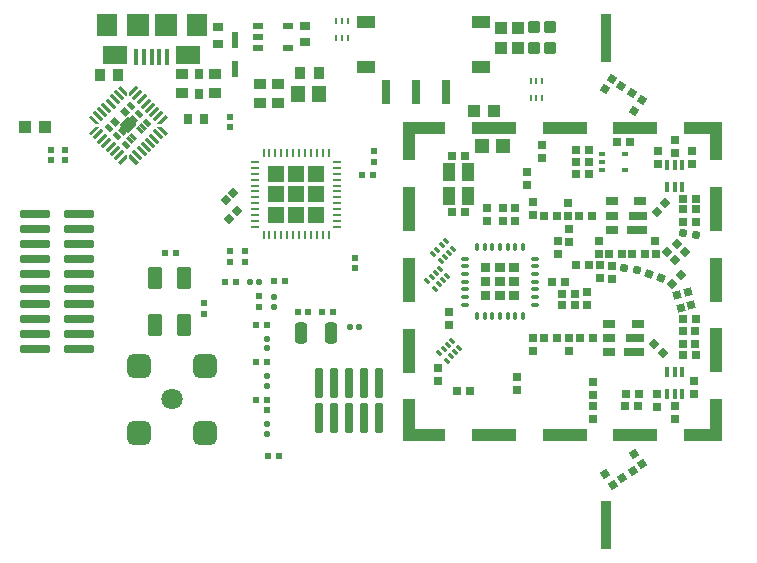
<source format=gtp>
G04 Layer_Color=8421504*
%FSLAX25Y25*%
%MOIN*%
G70*
G01*
G75*
G04:AMPARAMS|DCode=14|XSize=25.59mil|YSize=98.43mil|CornerRadius=1.28mil|HoleSize=0mil|Usage=FLASHONLY|Rotation=0.000|XOffset=0mil|YOffset=0mil|HoleType=Round|Shape=RoundedRectangle|*
%AMROUNDEDRECTD14*
21,1,0.02559,0.09587,0,0,0.0*
21,1,0.02303,0.09843,0,0,0.0*
1,1,0.00256,0.01152,-0.04793*
1,1,0.00256,-0.01152,-0.04793*
1,1,0.00256,-0.01152,0.04793*
1,1,0.00256,0.01152,0.04793*
%
%ADD14ROUNDEDRECTD14*%
G04:AMPARAMS|DCode=15|XSize=98.43mil|YSize=25.59mil|CornerRadius=1.28mil|HoleSize=0mil|Usage=FLASHONLY|Rotation=0.000|XOffset=0mil|YOffset=0mil|HoleType=Round|Shape=RoundedRectangle|*
%AMROUNDEDRECTD15*
21,1,0.09843,0.02303,0,0,0.0*
21,1,0.09587,0.02559,0,0,0.0*
1,1,0.00256,0.04793,-0.01152*
1,1,0.00256,-0.04793,-0.01152*
1,1,0.00256,-0.04793,0.01152*
1,1,0.00256,0.04793,0.01152*
%
%ADD15ROUNDEDRECTD15*%
G04:AMPARAMS|DCode=17|XSize=11.81mil|YSize=39.37mil|CornerRadius=0mil|HoleSize=0mil|Usage=FLASHONLY|Rotation=225.000|XOffset=0mil|YOffset=0mil|HoleType=Round|Shape=Rectangle|*
%AMROTATEDRECTD17*
4,1,4,-0.00974,0.01810,0.01810,-0.00974,0.00974,-0.01810,-0.01810,0.00974,-0.00974,0.01810,0.0*
%
%ADD17ROTATEDRECTD17*%

G04:AMPARAMS|DCode=19|XSize=11.81mil|YSize=39.37mil|CornerRadius=0mil|HoleSize=0mil|Usage=FLASHONLY|Rotation=135.000|XOffset=0mil|YOffset=0mil|HoleType=Round|Shape=Rectangle|*
%AMROTATEDRECTD19*
4,1,4,0.01810,0.00974,-0.00974,-0.01810,-0.01810,-0.00974,0.00974,0.01810,0.01810,0.00974,0.0*
%
%ADD19ROTATEDRECTD19*%

%ADD21R,0.04331X0.03937*%
%ADD22R,0.02559X0.02559*%
%ADD23R,0.02559X0.02559*%
%ADD24R,0.02441X0.02441*%
%ADD25P,0.03619X4X350.0*%
%ADD26P,0.03619X4X385.0*%
%ADD27P,0.03619X4X215.0*%
%ADD28P,0.03619X4X180.0*%
%ADD29P,0.03619X4X320.0*%
%ADD30P,0.03619X4X273.0*%
%ADD31P,0.03619X4X85.0*%
%ADD32R,0.03937X0.04331*%
%ADD33P,0.03619X4X190.0*%
%ADD34P,0.03619X4X100.0*%
%ADD35P,0.03452X4X180.0*%
%ADD36R,0.03543X0.03937*%
%ADD37R,0.04528X0.05709*%
%ADD38R,0.03543X0.03150*%
%ADD39R,0.07480X0.07480*%
%ADD40R,0.07087X0.07480*%
%ADD41R,0.08268X0.06299*%
%ADD42R,0.01575X0.05315*%
%ADD43R,0.02441X0.02441*%
G04:AMPARAMS|DCode=44|XSize=39.37mil|YSize=70.87mil|CornerRadius=9.84mil|HoleSize=0mil|Usage=FLASHONLY|Rotation=180.000|XOffset=0mil|YOffset=0mil|HoleType=Round|Shape=RoundedRectangle|*
%AMROUNDEDRECTD44*
21,1,0.03937,0.05118,0,0,180.0*
21,1,0.01969,0.07087,0,0,180.0*
1,1,0.01969,-0.00984,0.02559*
1,1,0.01969,0.00984,0.02559*
1,1,0.01969,0.00984,-0.02559*
1,1,0.01969,-0.00984,-0.02559*
%
%ADD44ROUNDEDRECTD44*%
G04:AMPARAMS|DCode=45|XSize=9.84mil|YSize=19.69mil|CornerRadius=0mil|HoleSize=0mil|Usage=FLASHONLY|Rotation=45.000|XOffset=0mil|YOffset=0mil|HoleType=Round|Shape=Rectangle|*
%AMROTATEDRECTD45*
4,1,4,0.00348,-0.01044,-0.01044,0.00348,-0.00348,0.01044,0.01044,-0.00348,0.00348,-0.01044,0.0*
%
%ADD45ROTATEDRECTD45*%

%ADD46R,0.04331X0.05906*%
%ADD47P,0.03619X4X150.0*%
%ADD48R,0.01575X0.03347*%
G04:AMPARAMS|DCode=49|XSize=43.31mil|YSize=25.59mil|CornerRadius=0.64mil|HoleSize=0mil|Usage=FLASHONLY|Rotation=180.000|XOffset=0mil|YOffset=0mil|HoleType=Round|Shape=RoundedRectangle|*
%AMROUNDEDRECTD49*
21,1,0.04331,0.02431,0,0,180.0*
21,1,0.04203,0.02559,0,0,180.0*
1,1,0.00128,-0.02101,0.01216*
1,1,0.00128,0.02101,0.01216*
1,1,0.00128,0.02101,-0.01216*
1,1,0.00128,-0.02101,-0.01216*
%
%ADD49ROUNDEDRECTD49*%
G04:AMPARAMS|DCode=50|XSize=59.06mil|YSize=25.59mil|CornerRadius=0.64mil|HoleSize=0mil|Usage=FLASHONLY|Rotation=180.000|XOffset=0mil|YOffset=0mil|HoleType=Round|Shape=RoundedRectangle|*
%AMROUNDEDRECTD50*
21,1,0.05906,0.02431,0,0,180.0*
21,1,0.05778,0.02559,0,0,180.0*
1,1,0.00128,-0.02889,0.01216*
1,1,0.00128,0.02889,0.01216*
1,1,0.00128,0.02889,-0.01216*
1,1,0.00128,-0.02889,-0.01216*
%
%ADD50ROUNDEDRECTD50*%
G04:AMPARAMS|DCode=51|XSize=66.93mil|YSize=25.59mil|CornerRadius=0.64mil|HoleSize=0mil|Usage=FLASHONLY|Rotation=180.000|XOffset=0mil|YOffset=0mil|HoleType=Round|Shape=RoundedRectangle|*
%AMROUNDEDRECTD51*
21,1,0.06693,0.02431,0,0,180.0*
21,1,0.06565,0.02559,0,0,180.0*
1,1,0.00128,-0.03283,0.01216*
1,1,0.00128,0.03283,0.01216*
1,1,0.00128,0.03283,-0.01216*
1,1,0.00128,-0.03283,-0.01216*
%
%ADD51ROUNDEDRECTD51*%
G04:AMPARAMS|DCode=52|XSize=35.43mil|YSize=157.48mil|CornerRadius=1.77mil|HoleSize=0mil|Usage=FLASHONLY|Rotation=180.000|XOffset=0mil|YOffset=0mil|HoleType=Round|Shape=RoundedRectangle|*
%AMROUNDEDRECTD52*
21,1,0.03543,0.15394,0,0,180.0*
21,1,0.03189,0.15748,0,0,180.0*
1,1,0.00354,-0.01595,0.07697*
1,1,0.00354,0.01595,0.07697*
1,1,0.00354,0.01595,-0.07697*
1,1,0.00354,-0.01595,-0.07697*
%
%ADD52ROUNDEDRECTD52*%
%ADD53P,0.03619X4X270.0*%
%ADD54R,0.05118X0.05118*%
G04:AMPARAMS|DCode=55|XSize=21.26mil|YSize=21.65mil|CornerRadius=5.32mil|HoleSize=0mil|Usage=FLASHONLY|Rotation=180.000|XOffset=0mil|YOffset=0mil|HoleType=Round|Shape=RoundedRectangle|*
%AMROUNDEDRECTD55*
21,1,0.02126,0.01102,0,0,180.0*
21,1,0.01063,0.02165,0,0,180.0*
1,1,0.01063,-0.00532,0.00551*
1,1,0.01063,0.00532,0.00551*
1,1,0.01063,0.00532,-0.00551*
1,1,0.01063,-0.00532,-0.00551*
%
%ADD55ROUNDEDRECTD55*%
G04:AMPARAMS|DCode=56|XSize=21.26mil|YSize=21.65mil|CornerRadius=5.32mil|HoleSize=0mil|Usage=FLASHONLY|Rotation=180.000|XOffset=0mil|YOffset=0mil|HoleType=Round|Shape=RoundedRectangle|*
%AMROUNDEDRECTD56*
21,1,0.02126,0.01102,0,0,180.0*
21,1,0.01063,0.02165,0,0,180.0*
1,1,0.01063,-0.00532,0.00551*
1,1,0.01063,0.00532,0.00551*
1,1,0.01063,0.00532,-0.00551*
1,1,0.01063,-0.00532,-0.00551*
%
%ADD56ROUNDEDRECTD56*%
G04:AMPARAMS|DCode=57|XSize=21.26mil|YSize=21.65mil|CornerRadius=5.32mil|HoleSize=0mil|Usage=FLASHONLY|Rotation=90.000|XOffset=0mil|YOffset=0mil|HoleType=Round|Shape=RoundedRectangle|*
%AMROUNDEDRECTD57*
21,1,0.02126,0.01102,0,0,90.0*
21,1,0.01063,0.02165,0,0,90.0*
1,1,0.01063,0.00551,0.00532*
1,1,0.01063,0.00551,-0.00532*
1,1,0.01063,-0.00551,-0.00532*
1,1,0.01063,-0.00551,0.00532*
%
%ADD57ROUNDEDRECTD57*%
G04:AMPARAMS|DCode=58|XSize=21.26mil|YSize=21.65mil|CornerRadius=5.32mil|HoleSize=0mil|Usage=FLASHONLY|Rotation=90.000|XOffset=0mil|YOffset=0mil|HoleType=Round|Shape=RoundedRectangle|*
%AMROUNDEDRECTD58*
21,1,0.02126,0.01102,0,0,90.0*
21,1,0.01063,0.02165,0,0,90.0*
1,1,0.01063,0.00551,0.00532*
1,1,0.01063,0.00551,-0.00532*
1,1,0.01063,-0.00551,-0.00532*
1,1,0.01063,-0.00551,0.00532*
%
%ADD58ROUNDEDRECTD58*%
G04:AMPARAMS|DCode=59|XSize=70.87mil|YSize=47.24mil|CornerRadius=2.36mil|HoleSize=0mil|Usage=FLASHONLY|Rotation=90.000|XOffset=0mil|YOffset=0mil|HoleType=Round|Shape=RoundedRectangle|*
%AMROUNDEDRECTD59*
21,1,0.07087,0.04252,0,0,90.0*
21,1,0.06614,0.04724,0,0,90.0*
1,1,0.00472,0.02126,0.03307*
1,1,0.00472,0.02126,-0.03307*
1,1,0.00472,-0.02126,-0.03307*
1,1,0.00472,-0.02126,0.03307*
%
%ADD59ROUNDEDRECTD59*%
%ADD60R,0.02756X0.03740*%
%ADD61R,0.03937X0.03543*%
G04:AMPARAMS|DCode=63|XSize=29.61mil|YSize=35.43mil|CornerRadius=7.4mil|HoleSize=0mil|Usage=FLASHONLY|Rotation=180.000|XOffset=0mil|YOffset=0mil|HoleType=Round|Shape=RoundedRectangle|*
%AMROUNDEDRECTD63*
21,1,0.02961,0.02063,0,0,180.0*
21,1,0.01480,0.03543,0,0,180.0*
1,1,0.01480,-0.00740,0.01032*
1,1,0.01480,0.00740,0.01032*
1,1,0.01480,0.00740,-0.01032*
1,1,0.01480,-0.00740,-0.01032*
%
%ADD63ROUNDEDRECTD63*%
G04:AMPARAMS|DCode=64|XSize=29.61mil|YSize=35.43mil|CornerRadius=7.4mil|HoleSize=0mil|Usage=FLASHONLY|Rotation=180.000|XOffset=0mil|YOffset=0mil|HoleType=Round|Shape=RoundedRectangle|*
%AMROUNDEDRECTD64*
21,1,0.02961,0.02063,0,0,180.0*
21,1,0.01480,0.03543,0,0,180.0*
1,1,0.01480,-0.00740,0.01032*
1,1,0.01480,0.00740,0.01032*
1,1,0.01480,0.00740,-0.01032*
1,1,0.01480,-0.00740,-0.01032*
%
%ADD64ROUNDEDRECTD64*%
G04:AMPARAMS|DCode=65|XSize=39.37mil|YSize=39.37mil|CornerRadius=5.91mil|HoleSize=0mil|Usage=FLASHONLY|Rotation=180.000|XOffset=0mil|YOffset=0mil|HoleType=Round|Shape=RoundedRectangle|*
%AMROUNDEDRECTD65*
21,1,0.03937,0.02756,0,0,180.0*
21,1,0.02756,0.03937,0,0,180.0*
1,1,0.01181,-0.01378,0.01378*
1,1,0.01181,0.01378,0.01378*
1,1,0.01181,0.01378,-0.01378*
1,1,0.01181,-0.01378,-0.01378*
%
%ADD65ROUNDEDRECTD65*%
%ADD66P,0.03619X4X260.0*%
%ADD67O,0.00984X0.03150*%
%ADD68O,0.03150X0.00984*%
G04:AMPARAMS|DCode=70|XSize=39.37mil|YSize=140.55mil|CornerRadius=0.98mil|HoleSize=0mil|Usage=FLASHONLY|Rotation=270.000|XOffset=0mil|YOffset=0mil|HoleType=Round|Shape=RoundedRectangle|*
%AMROUNDEDRECTD70*
21,1,0.03937,0.13858,0,0,270.0*
21,1,0.03740,0.14055,0,0,270.0*
1,1,0.00197,-0.06929,-0.01870*
1,1,0.00197,-0.06929,0.01870*
1,1,0.00197,0.06929,0.01870*
1,1,0.00197,0.06929,-0.01870*
%
%ADD70ROUNDEDRECTD70*%
G04:AMPARAMS|DCode=71|XSize=39.37mil|YSize=140.55mil|CornerRadius=0.98mil|HoleSize=0mil|Usage=FLASHONLY|Rotation=180.000|XOffset=0mil|YOffset=0mil|HoleType=Round|Shape=RoundedRectangle|*
%AMROUNDEDRECTD71*
21,1,0.03937,0.13858,0,0,180.0*
21,1,0.03740,0.14055,0,0,180.0*
1,1,0.00197,-0.01870,0.06929*
1,1,0.00197,0.01870,0.06929*
1,1,0.00197,0.01870,-0.06929*
1,1,0.00197,-0.01870,-0.06929*
%
%ADD71ROUNDEDRECTD71*%
G04:AMPARAMS|DCode=72|XSize=39.37mil|YSize=127.56mil|CornerRadius=0.98mil|HoleSize=0mil|Usage=FLASHONLY|Rotation=180.000|XOffset=0mil|YOffset=0mil|HoleType=Round|Shape=RoundedRectangle|*
%AMROUNDEDRECTD72*
21,1,0.03937,0.12559,0,0,180.0*
21,1,0.03740,0.12756,0,0,180.0*
1,1,0.00197,-0.01870,0.06280*
1,1,0.00197,0.01870,0.06280*
1,1,0.00197,0.01870,-0.06280*
1,1,0.00197,-0.01870,-0.06280*
%
%ADD72ROUNDEDRECTD72*%
G04:AMPARAMS|DCode=73|XSize=39.37mil|YSize=127.56mil|CornerRadius=0.98mil|HoleSize=0mil|Usage=FLASHONLY|Rotation=90.000|XOffset=0mil|YOffset=0mil|HoleType=Round|Shape=RoundedRectangle|*
%AMROUNDEDRECTD73*
21,1,0.03937,0.12559,0,0,90.0*
21,1,0.03740,0.12756,0,0,90.0*
1,1,0.00197,0.06280,0.01870*
1,1,0.00197,0.06280,-0.01870*
1,1,0.00197,-0.06280,-0.01870*
1,1,0.00197,-0.06280,0.01870*
%
%ADD73ROUNDEDRECTD73*%
G04:AMPARAMS|DCode=74|XSize=39.37mil|YSize=149.61mil|CornerRadius=0.98mil|HoleSize=0mil|Usage=FLASHONLY|Rotation=90.000|XOffset=0mil|YOffset=0mil|HoleType=Round|Shape=RoundedRectangle|*
%AMROUNDEDRECTD74*
21,1,0.03937,0.14764,0,0,90.0*
21,1,0.03740,0.14961,0,0,90.0*
1,1,0.00197,0.07382,0.01870*
1,1,0.00197,0.07382,-0.01870*
1,1,0.00197,-0.07382,-0.01870*
1,1,0.00197,-0.07382,0.01870*
%
%ADD74ROUNDEDRECTD74*%
G04:AMPARAMS|DCode=75|XSize=39.37mil|YSize=149.61mil|CornerRadius=0.98mil|HoleSize=0mil|Usage=FLASHONLY|Rotation=0.000|XOffset=0mil|YOffset=0mil|HoleType=Round|Shape=RoundedRectangle|*
%AMROUNDEDRECTD75*
21,1,0.03937,0.14764,0,0,0.0*
21,1,0.03740,0.14961,0,0,0.0*
1,1,0.00197,0.01870,-0.07382*
1,1,0.00197,-0.01870,-0.07382*
1,1,0.00197,-0.01870,0.07382*
1,1,0.00197,0.01870,0.07382*
%
%ADD75ROUNDEDRECTD75*%
G04:AMPARAMS|DCode=76|XSize=78.74mil|YSize=78.74mil|CornerRadius=18.9mil|HoleSize=0mil|Usage=FLASHONLY|Rotation=180.000|XOffset=0mil|YOffset=0mil|HoleType=Round|Shape=RoundedRectangle|*
%AMROUNDEDRECTD76*
21,1,0.07874,0.04095,0,0,180.0*
21,1,0.04095,0.07874,0,0,180.0*
1,1,0.03780,-0.02047,0.02047*
1,1,0.03780,0.02047,0.02047*
1,1,0.03780,0.02047,-0.02047*
1,1,0.03780,-0.02047,-0.02047*
%
%ADD76ROUNDEDRECTD76*%
G04:AMPARAMS|DCode=77|XSize=78.74mil|YSize=78.74mil|CornerRadius=18.9mil|HoleSize=0mil|Usage=FLASHONLY|Rotation=90.000|XOffset=0mil|YOffset=0mil|HoleType=Round|Shape=RoundedRectangle|*
%AMROUNDEDRECTD77*
21,1,0.07874,0.04095,0,0,90.0*
21,1,0.04095,0.07874,0,0,90.0*
1,1,0.03780,0.02047,0.02047*
1,1,0.03780,0.02047,-0.02047*
1,1,0.03780,-0.02047,-0.02047*
1,1,0.03780,-0.02047,0.02047*
%
%ADD77ROUNDEDRECTD77*%
G04:AMPARAMS|DCode=78|XSize=78.74mil|YSize=78.74mil|CornerRadius=18.9mil|HoleSize=0mil|Usage=FLASHONLY|Rotation=90.000|XOffset=0mil|YOffset=0mil|HoleType=Round|Shape=RoundedRectangle|*
%AMROUNDEDRECTD78*
21,1,0.07874,0.04095,0,0,90.0*
21,1,0.04095,0.07874,0,0,90.0*
1,1,0.03780,0.02047,0.02047*
1,1,0.03780,0.02047,-0.02047*
1,1,0.03780,-0.02047,-0.02047*
1,1,0.03780,-0.02047,0.02047*
%
%ADD78ROUNDEDRECTD78*%
G04:AMPARAMS|DCode=79|XSize=78.74mil|YSize=78.74mil|CornerRadius=18.9mil|HoleSize=0mil|Usage=FLASHONLY|Rotation=90.000|XOffset=0mil|YOffset=0mil|HoleType=Round|Shape=RoundedRectangle|*
%AMROUNDEDRECTD79*
21,1,0.07874,0.04095,0,0,90.0*
21,1,0.04095,0.07874,0,0,90.0*
1,1,0.03780,0.02047,0.02047*
1,1,0.03780,0.02047,-0.02047*
1,1,0.03780,-0.02047,-0.02047*
1,1,0.03780,-0.02047,0.02047*
%
%ADD79ROUNDEDRECTD79*%
%ADD80C,0.07091*%
%ADD84O,0.01181X0.03150*%
%ADD85O,0.03150X0.01181*%
%ADD86R,0.01969X0.01575*%
%ADD87R,0.06102X0.04331*%
%ADD88R,0.03150X0.07874*%
%ADD90R,0.03347X0.02362*%
%ADD91R,0.00984X0.01969*%
%ADD92R,0.01969X0.05709*%
G04:AMPARAMS|DCode=123|XSize=23.62mil|YSize=16.73mil|CornerRadius=0mil|HoleSize=0mil|Usage=FLASHONLY|Rotation=135.000|XOffset=0mil|YOffset=0mil|HoleType=Round|Shape=Rectangle|*
%AMROTATEDRECTD123*
4,1,4,0.01427,-0.00244,0.00244,-0.01427,-0.01427,0.00244,-0.00244,0.01427,0.01427,-0.00244,0.0*
%
%ADD123ROTATEDRECTD123*%

G04:AMPARAMS|DCode=124|XSize=23.62mil|YSize=11.81mil|CornerRadius=0mil|HoleSize=0mil|Usage=FLASHONLY|Rotation=135.000|XOffset=0mil|YOffset=0mil|HoleType=Round|Shape=Rectangle|*
%AMROTATEDRECTD124*
4,1,4,0.01253,-0.00418,0.00418,-0.01253,-0.01253,0.00418,-0.00418,0.01253,0.01253,-0.00418,0.0*
%
%ADD124ROTATEDRECTD124*%

%ADD125R,0.05709X0.05709*%
%ADD126P,0.05846X4X180.0*%
G36*
X189399Y-1575D02*
X186250D01*
Y1575D01*
X189399D01*
Y-1575D01*
D02*
G37*
G36*
X179950D02*
X176801D01*
Y1575D01*
X179950D01*
Y-1575D01*
D02*
G37*
G36*
X184675Y3150D02*
X181525D01*
Y6299D01*
X184675D01*
Y3150D01*
D02*
G37*
G36*
X179950D02*
X176801D01*
Y6299D01*
X179950D01*
Y3150D01*
D02*
G37*
G36*
X184675Y-6299D02*
X181525D01*
Y-3150D01*
X184675D01*
Y-6299D01*
D02*
G37*
G36*
X179950D02*
X176801D01*
Y-3150D01*
X179950D01*
Y-6299D01*
D02*
G37*
G36*
X184675Y-1575D02*
X181525D01*
Y1575D01*
X184675D01*
Y-1575D01*
D02*
G37*
G36*
X189399Y-6299D02*
X186250D01*
Y-3150D01*
X189399D01*
Y-6299D01*
D02*
G37*
G36*
Y3150D02*
X186250D01*
Y6299D01*
X189399D01*
Y3150D01*
D02*
G37*
G36*
X49596Y52796D02*
X49317Y52517D01*
X48204Y52518D01*
X45982Y54750D01*
X46807Y55575D01*
X49596Y52796D01*
D02*
G37*
G36*
X72423Y54745D02*
X70196Y52518D01*
X69083Y52517D01*
X68804Y52796D01*
X71588Y55580D01*
X72423Y54745D01*
D02*
G37*
G36*
X58782Y63096D02*
X58783Y61983D01*
X58504Y61704D01*
X55720Y64488D01*
X56555Y65324D01*
X58782Y63096D01*
D02*
G37*
G36*
X62680Y64488D02*
X59896Y61704D01*
X59618Y61983D01*
X59618Y63096D01*
X61845Y65324D01*
X62680Y64488D01*
D02*
G37*
G36*
X62680Y39712D02*
X61845Y38877D01*
X59618Y41104D01*
X59618Y42217D01*
X59896Y42496D01*
X62680Y39712D01*
D02*
G37*
G36*
X58783Y42217D02*
X58782Y41104D01*
X56555Y38876D01*
X55720Y39712D01*
X58504Y42496D01*
X58783Y42217D01*
D02*
G37*
G36*
X49596Y51404D02*
X46812Y48620D01*
X45976Y49455D01*
X48204Y51682D01*
X49317Y51683D01*
X49596Y51404D01*
D02*
G37*
G36*
X70196Y51682D02*
X72424Y49455D01*
X71588Y48620D01*
X68804Y51404D01*
X69083Y51683D01*
X70196Y51682D01*
D02*
G37*
D14*
X122700Y-45605D02*
D03*
X127700D02*
D03*
X132700D02*
D03*
X137700D02*
D03*
X142700D02*
D03*
Y-33795D02*
D03*
X137700D02*
D03*
X132700D02*
D03*
X127700D02*
D03*
X122700D02*
D03*
D15*
X28148Y-17500D02*
D03*
X42852D02*
D03*
X28148Y-22500D02*
D03*
X42852D02*
D03*
Y-12500D02*
D03*
X28148D02*
D03*
X42852Y-7500D02*
D03*
X28148D02*
D03*
X42852Y-2500D02*
D03*
X28148D02*
D03*
X42852Y2500D02*
D03*
X28148D02*
D03*
X42852Y7500D02*
D03*
X28148D02*
D03*
X42852Y12500D02*
D03*
X28148D02*
D03*
X42852Y17500D02*
D03*
X28148D02*
D03*
X42852Y22500D02*
D03*
X28148D02*
D03*
D17*
X62262Y42078D02*
D03*
X63654Y43470D02*
D03*
X65046Y44862D02*
D03*
X66438Y46254D02*
D03*
X67830Y47646D02*
D03*
X69222Y49038D02*
D03*
X56138Y62122D02*
D03*
X54746Y60730D02*
D03*
X53354Y59338D02*
D03*
X51962Y57946D02*
D03*
X50570Y56554D02*
D03*
X49178Y55162D02*
D03*
D19*
X69222Y55162D02*
D03*
X67830Y56554D02*
D03*
X66438Y57946D02*
D03*
X65046Y59338D02*
D03*
X63654Y60730D02*
D03*
X62262Y62122D02*
D03*
X49178Y49038D02*
D03*
X50570Y47646D02*
D03*
X51962Y46254D02*
D03*
X53354Y44862D02*
D03*
X54746Y43470D02*
D03*
X56138Y42078D02*
D03*
D21*
X24654Y51500D02*
D03*
X31346D02*
D03*
X174354Y57000D02*
D03*
X181046D02*
D03*
D22*
X227235Y9100D02*
D03*
X231565Y9100D02*
D03*
X223865Y9200D02*
D03*
X219535D02*
D03*
X213865Y22000D02*
D03*
X209535D02*
D03*
X212765Y5500D02*
D03*
X208435D02*
D03*
X225035Y-37600D02*
D03*
X229365D02*
D03*
X229265Y-41600D02*
D03*
X224935D02*
D03*
X173265Y-36500D02*
D03*
X168935D02*
D03*
X222135Y46500D02*
D03*
X226465D02*
D03*
X212865Y39800D02*
D03*
X208535D02*
D03*
Y35800D02*
D03*
X212865D02*
D03*
Y43800D02*
D03*
X208535D02*
D03*
X171560Y42023D02*
D03*
X167229D02*
D03*
X167239Y23132D02*
D03*
X171570D02*
D03*
X197835Y22000D02*
D03*
X202165D02*
D03*
X197835Y-18965D02*
D03*
X202165Y-18965D02*
D03*
X208265Y-7800D02*
D03*
X203935D02*
D03*
X208265Y-4100D02*
D03*
X203935D02*
D03*
X248565Y27500D02*
D03*
X244235Y27500D02*
D03*
X214165Y-18800D02*
D03*
X209835Y-18800D02*
D03*
X204765Y0D02*
D03*
X200435D02*
D03*
X248326Y-12606D02*
D03*
X243995D02*
D03*
X248565Y-24600D02*
D03*
X244235Y-24600D02*
D03*
D23*
X212000Y-7965D02*
D03*
Y-3635D02*
D03*
X205900Y26331D02*
D03*
Y22000D02*
D03*
X188700Y-36265D02*
D03*
Y-31935D02*
D03*
X241400Y-45965D02*
D03*
X241400Y-41635D02*
D03*
X241400Y47265D02*
D03*
X241400Y42935D02*
D03*
X188064Y24470D02*
D03*
Y20140D02*
D03*
X178834Y24465D02*
D03*
Y20135D02*
D03*
X166299Y-14627D02*
D03*
Y-10296D02*
D03*
X247000Y39035D02*
D03*
Y43365D02*
D03*
X235500Y-37435D02*
D03*
Y-41765D02*
D03*
X216600Y5565D02*
D03*
Y1235D02*
D03*
X194200Y26365D02*
D03*
Y22035D02*
D03*
X194000Y-23131D02*
D03*
Y-18800D02*
D03*
X244300Y19735D02*
D03*
Y24065D02*
D03*
X248500Y24065D02*
D03*
X248500Y19735D02*
D03*
X206300Y17665D02*
D03*
Y13335D02*
D03*
X202600Y13565D02*
D03*
Y9235D02*
D03*
X216200Y13565D02*
D03*
X216200Y9235D02*
D03*
X206200Y-23131D02*
D03*
X206200Y-18800D02*
D03*
X220600Y935D02*
D03*
Y5265D02*
D03*
X244300Y-16435D02*
D03*
X244300Y-20765D02*
D03*
X247900Y-33135D02*
D03*
Y-37465D02*
D03*
X184300Y24465D02*
D03*
Y20135D02*
D03*
X235700Y43365D02*
D03*
Y39035D02*
D03*
X214300Y-33335D02*
D03*
Y-37665D02*
D03*
Y-41635D02*
D03*
Y-45965D02*
D03*
X192100Y36465D02*
D03*
Y32135D02*
D03*
X197100Y45565D02*
D03*
Y41235D02*
D03*
X162400Y-33065D02*
D03*
Y-28735D02*
D03*
X248300Y-20765D02*
D03*
X248300Y-16435D02*
D03*
D24*
X134800Y4428D02*
D03*
Y7972D02*
D03*
X93190Y6634D02*
D03*
Y10177D02*
D03*
X98084Y6630D02*
D03*
Y10174D02*
D03*
X102845Y-8444D02*
D03*
Y-4901D02*
D03*
X105452Y-42946D02*
D03*
Y-39403D02*
D03*
X84500Y-10672D02*
D03*
Y-7128D02*
D03*
X93000Y51428D02*
D03*
Y54972D02*
D03*
X33400Y40428D02*
D03*
Y43972D02*
D03*
X141000Y39828D02*
D03*
Y43372D02*
D03*
X38300Y40428D02*
D03*
Y43972D02*
D03*
D25*
X227958Y-57326D02*
D03*
X230442Y-60874D02*
D03*
X218258Y-64126D02*
D03*
X220742Y-67674D02*
D03*
D26*
X232665Y2641D02*
D03*
X236735Y1159D02*
D03*
D27*
X228687Y3774D02*
D03*
X224422Y4526D02*
D03*
X248332Y15424D02*
D03*
X244068Y16176D02*
D03*
D28*
X237531Y-23731D02*
D03*
X234469Y-20669D02*
D03*
D29*
X234711Y13457D02*
D03*
X235089Y9143D02*
D03*
D30*
X238249Y26309D02*
D03*
X235351Y23091D02*
D03*
D31*
X238941Y9808D02*
D03*
X242259Y12592D02*
D03*
X244659Y9892D02*
D03*
X241341Y7108D02*
D03*
D32*
X183500Y84546D02*
D03*
Y77854D02*
D03*
X189000Y84546D02*
D03*
Y77854D02*
D03*
D33*
X227174Y62858D02*
D03*
X223626Y65342D02*
D03*
D34*
X227958Y56926D02*
D03*
X230442Y60474D02*
D03*
X218043Y64096D02*
D03*
X220528Y67644D02*
D03*
D35*
X91747Y27047D02*
D03*
X94253Y29553D02*
D03*
X92847Y20947D02*
D03*
X95353Y23453D02*
D03*
D36*
X116350Y69500D02*
D03*
X122650D02*
D03*
X55950Y68700D02*
D03*
X49650D02*
D03*
D37*
X122743Y62500D02*
D03*
X115657D02*
D03*
D38*
X118000Y79744D02*
D03*
Y85256D02*
D03*
X89300Y79244D02*
D03*
Y84756D02*
D03*
D39*
X62315Y85500D02*
D03*
X71764D02*
D03*
D40*
X52079D02*
D03*
X82000D02*
D03*
D41*
X79244Y75461D02*
D03*
X54835D02*
D03*
D42*
X67039Y74968D02*
D03*
X64480D02*
D03*
X69598D02*
D03*
X72158D02*
D03*
X61921D02*
D03*
D43*
X123928Y-10100D02*
D03*
X127472D02*
D03*
X119254Y-10058D02*
D03*
X115710D02*
D03*
X101914Y-26928D02*
D03*
X105457D02*
D03*
X91504Y-1D02*
D03*
X95047D02*
D03*
X111412Y46D02*
D03*
X107868D02*
D03*
X109372Y-58000D02*
D03*
X105828D02*
D03*
X71628Y9400D02*
D03*
X75172Y9400D02*
D03*
X101911Y-14390D02*
D03*
X105454D02*
D03*
X140772Y35500D02*
D03*
X137228D02*
D03*
X105472Y-39400D02*
D03*
X101928D02*
D03*
D44*
X116961Y-17158D02*
D03*
X126803D02*
D03*
D45*
X165035Y13441D02*
D03*
X163643Y12049D02*
D03*
X162251Y10657D02*
D03*
X160859Y9265D02*
D03*
X163365Y6759D02*
D03*
X164757Y8151D02*
D03*
X166149Y9543D02*
D03*
X167541Y10935D02*
D03*
X167135Y-19659D02*
D03*
X165743Y-21051D02*
D03*
X164351Y-22443D02*
D03*
X162959Y-23835D02*
D03*
X165465Y-26341D02*
D03*
X166857Y-24949D02*
D03*
X168249Y-23557D02*
D03*
X169641Y-22165D02*
D03*
X163135Y4341D02*
D03*
X161743Y2949D02*
D03*
X160351Y1557D02*
D03*
X158959Y165D02*
D03*
X161465Y-2341D02*
D03*
X162857Y-949D02*
D03*
X164249Y443D02*
D03*
X165641Y1835D02*
D03*
D46*
X166245Y28420D02*
D03*
X172544D02*
D03*
X166245Y36688D02*
D03*
X172544D02*
D03*
D47*
X246960Y-7692D02*
D03*
X245840Y-3508D02*
D03*
X242300Y-4500D02*
D03*
X243421Y-8683D02*
D03*
D48*
X243926Y-37604D02*
D03*
X241367Y-37604D02*
D03*
X238808Y-37604D02*
D03*
X238808Y-30123D02*
D03*
X241367Y-30123D02*
D03*
X243926Y-30123D02*
D03*
X238808Y38940D02*
D03*
X241367Y38940D02*
D03*
X243926D02*
D03*
X243926Y31460D02*
D03*
X241367Y31460D02*
D03*
X238808Y31460D02*
D03*
D49*
X220376Y26724D02*
D03*
Y22000D02*
D03*
X220376Y17276D02*
D03*
X229824Y26724D02*
D03*
X219576Y-14076D02*
D03*
X219576Y-18800D02*
D03*
Y-23524D02*
D03*
X229024Y-14076D02*
D03*
D50*
X229037Y22000D02*
D03*
X228237Y-18800D02*
D03*
D51*
X228643Y17276D02*
D03*
X227843Y-23524D02*
D03*
D52*
X218600Y81300D02*
D03*
Y-81300D02*
D03*
D53*
X243631Y2231D02*
D03*
X240569Y-831D02*
D03*
D54*
X184243Y45300D02*
D03*
X177157D02*
D03*
D55*
X105455Y-19100D02*
D03*
X105455Y-31575D02*
D03*
X107869Y-5294D02*
D03*
X105452Y-47600D02*
D03*
D56*
X105455Y-22250D02*
D03*
X105455Y-34724D02*
D03*
X107869Y-8443D02*
D03*
X105452Y-50749D02*
D03*
D57*
X102843Y-133D02*
D03*
X133125Y-15300D02*
D03*
D58*
X99694Y-133D02*
D03*
X136275Y-15300D02*
D03*
D59*
X77737Y1286D02*
D03*
Y-14462D02*
D03*
X68288Y1286D02*
D03*
Y-14462D02*
D03*
D60*
X82696Y62673D02*
D03*
Y69169D02*
D03*
D61*
X77300Y69150D02*
D03*
Y62850D02*
D03*
X88100Y62850D02*
D03*
Y69150D02*
D03*
X109200Y65799D02*
D03*
Y59500D02*
D03*
X103100Y65799D02*
D03*
Y59500D02*
D03*
D63*
X84556Y54300D02*
D03*
D64*
X79044D02*
D03*
D65*
X194400Y84806D02*
D03*
Y77900D02*
D03*
X199800Y84806D02*
D03*
Y77900D02*
D03*
D66*
X227465Y-63034D02*
D03*
X223917Y-65518D02*
D03*
D67*
X104331Y15390D02*
D03*
X106299D02*
D03*
X108268D02*
D03*
X110237D02*
D03*
X112205D02*
D03*
X114174D02*
D03*
X116142D02*
D03*
X118111D02*
D03*
X120079D02*
D03*
X122048D02*
D03*
X124016D02*
D03*
X125985D02*
D03*
Y42752D02*
D03*
X124016D02*
D03*
X122048D02*
D03*
X120079D02*
D03*
X118111D02*
D03*
X116142D02*
D03*
X114174D02*
D03*
X112205D02*
D03*
X110237D02*
D03*
X108268D02*
D03*
X106299D02*
D03*
X104331D02*
D03*
D68*
X128839Y18244D02*
D03*
Y20212D02*
D03*
Y22181D02*
D03*
Y24149D02*
D03*
Y26118D02*
D03*
Y28087D02*
D03*
Y30055D02*
D03*
Y32024D02*
D03*
Y33992D02*
D03*
Y35961D02*
D03*
Y37929D02*
D03*
Y39898D02*
D03*
X101477D02*
D03*
Y37929D02*
D03*
Y35961D02*
D03*
Y33992D02*
D03*
Y32024D02*
D03*
Y30055D02*
D03*
Y28087D02*
D03*
Y26118D02*
D03*
Y24149D02*
D03*
Y22181D02*
D03*
Y20212D02*
D03*
Y18244D02*
D03*
D70*
X157903Y-51220D02*
D03*
X157869Y51212D02*
D03*
D71*
X152809Y-46145D02*
D03*
X255207Y-46137D02*
D03*
D72*
X255196Y46791D02*
D03*
X152789Y46791D02*
D03*
D73*
X250782Y51199D02*
D03*
X250788Y-51210D02*
D03*
D74*
X181023Y-51218D02*
D03*
X204653Y-51196D02*
D03*
X228268D02*
D03*
X228275Y51207D02*
D03*
X204661D02*
D03*
X181031Y51185D02*
D03*
D75*
X152791Y-23010D02*
D03*
X152800Y617D02*
D03*
X255194Y670D02*
D03*
X255175Y24348D02*
D03*
X255186Y-22957D02*
D03*
X152780Y24295D02*
D03*
D76*
X62876Y-28276D02*
D03*
D77*
Y-50324D02*
D03*
D78*
X84924Y-28276D02*
D03*
D79*
Y-50324D02*
D03*
D80*
X73900Y-39300D02*
D03*
D84*
X190777Y11614D02*
D03*
X188218D02*
D03*
X185659D02*
D03*
X183100D02*
D03*
X180541D02*
D03*
X177982D02*
D03*
X175423D02*
D03*
Y-11614D02*
D03*
X177982D02*
D03*
X180541D02*
D03*
X183100D02*
D03*
X185659D02*
D03*
X188218D02*
D03*
X190777D02*
D03*
D85*
X171486Y7677D02*
D03*
Y5118D02*
D03*
Y2559D02*
D03*
Y0D02*
D03*
Y-2559D02*
D03*
Y-5118D02*
D03*
Y-7677D02*
D03*
X194714D02*
D03*
Y-5118D02*
D03*
Y-2559D02*
D03*
Y0D02*
D03*
Y2559D02*
D03*
Y5118D02*
D03*
Y7677D02*
D03*
D86*
X224746Y37282D02*
D03*
Y42400D02*
D03*
X217265Y37282D02*
D03*
Y39841D02*
D03*
Y42400D02*
D03*
D87*
X138507Y71500D02*
D03*
X176893D02*
D03*
Y86500D02*
D03*
X138507D02*
D03*
D88*
X155180Y63252D02*
D03*
X165180D02*
D03*
X145180D02*
D03*
D90*
X112520Y85240D02*
D03*
Y77760D02*
D03*
X102480D02*
D03*
Y81500D02*
D03*
Y85240D02*
D03*
D91*
X197268Y61046D02*
D03*
X195300D02*
D03*
X193332D02*
D03*
Y66754D02*
D03*
X195300D02*
D03*
X197268D02*
D03*
X128431Y86954D02*
D03*
X130400D02*
D03*
X132369D02*
D03*
Y81246D02*
D03*
X130400D02*
D03*
X128431D02*
D03*
D92*
X94900Y80423D02*
D03*
Y70777D02*
D03*
D123*
X55546Y48446D02*
D03*
X58330Y45662D02*
D03*
X52762Y51230D02*
D03*
X62854Y55754D02*
D03*
X60069Y58538D02*
D03*
X65638Y52970D02*
D03*
D124*
X57112Y50012D02*
D03*
X54328Y52796D02*
D03*
X59896Y47228D02*
D03*
X61288Y54188D02*
D03*
X64072Y51404D02*
D03*
X58504Y56972D02*
D03*
X63237Y50569D02*
D03*
X57669Y56137D02*
D03*
X60453Y53353D02*
D03*
X55163Y53631D02*
D03*
X60731Y48063D02*
D03*
X57947Y50847D02*
D03*
D125*
X121949Y29071D02*
D03*
Y22181D02*
D03*
Y35960D02*
D03*
X108367Y29071D02*
D03*
Y22181D02*
D03*
Y35960D02*
D03*
X115158D02*
D03*
Y22181D02*
D03*
Y29071D02*
D03*
D126*
X59200Y52100D02*
D03*
M02*

</source>
